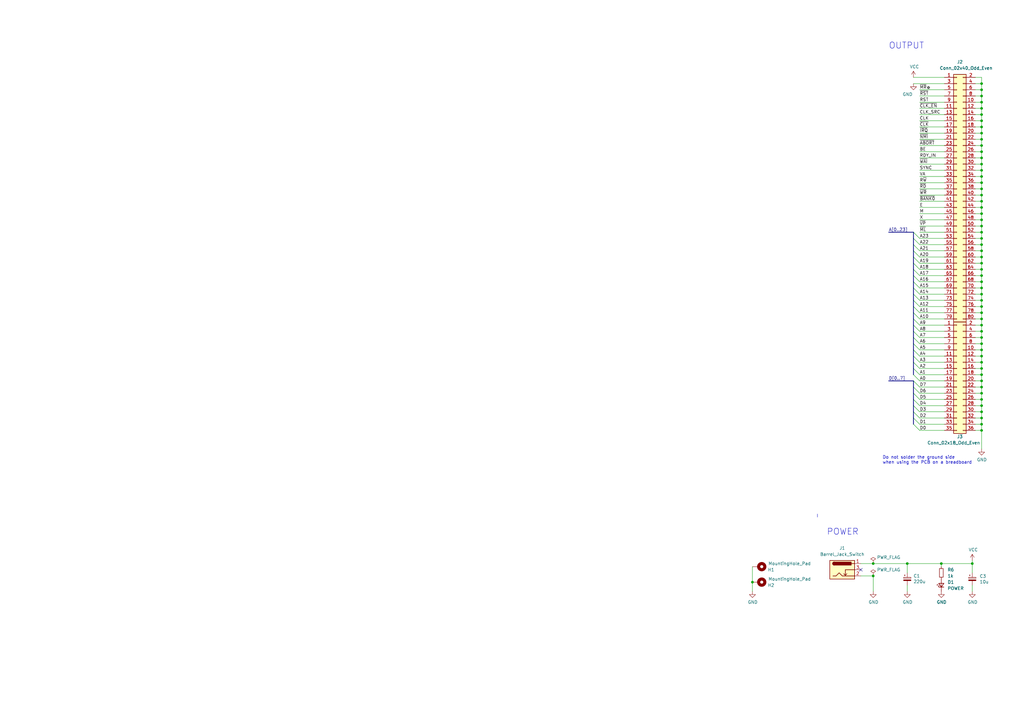
<source format=kicad_sch>
(kicad_sch (version 20250114) (generator "eeschema") (generator_version "9.0")
  (paper "A3")
  (title_block (title "65C816 Breakout Board") (date "2022-08-31") (rev "A.27") (comment 2 "https://github.com/adrienkohlbecker/BB816/tree/main/hardware/breakout") (comment 3 "Licensed under CERN-OHL-W v2") (comment 4 "Copyright © 2022 Adrien Kohlbecker"))
  (lib_symbols
    (symbol "Connector:Barrel_Jack_Switch" (pin_names (hide yes))
      (property "Reference" "J" (at 0 5.334 0))
      (property "Value" "Barrel_Jack_Switch" (at 0 -5.08 0))
      (symbol "Barrel_Jack_Switch_0_1"
        (rectangle (start -5.08 3.81) (end 5.08 -3.81) (stroke (width 0.254)) (fill (type background)))
        (polyline (pts (xy -3.81 -2.54) (xy -2.54 -2.54) (xy -1.27 -1.27) (xy 0 -2.54) (xy 2.54 -2.54) (xy 5.08 -2.54)) (stroke (width 0.254)))
        (arc (start -3.302 1.905) (mid -3.9343 2.54) (end -3.302 3.175) (stroke (width 0.254)))
        (arc (start -3.302 1.905) (mid -3.9343 2.54) (end -3.302 3.175) (stroke (width 0.254)) (fill (type outline)))
        (polyline (pts (xy 1.27 -2.286) (xy 1.905 -1.651)) (stroke (width 0.254)))
        (rectangle (start 3.683 3.175) (end -3.302 1.905) (stroke (width 0.254)) (fill (type outline)))
        (polyline (pts (xy 5.08 2.54) (xy 3.81 2.54)) (stroke (width 0.254)))
        (polyline (pts (xy 5.08 0) (xy 1.27 0) (xy 1.27 -2.286) (xy 0.635 -1.651)) (stroke (width 0.254)))
      )
      (symbol "Barrel_Jack_Switch_1_1"
        (pin passive line (at 7.62 2.54 180) (length 2.54) (name "~") (number "1"))
        (pin passive line (at 7.62 0 180) (length 2.54) (name "~") (number "3"))
        (pin passive line (at 7.62 -2.54 180) (length 2.54) (name "~") (number "2"))
      )
    )
    (symbol "Connector_Generic:Conn_02x18_Odd_Even" (pin_names (offset 1.016) (hide yes))
      (property "Reference" "J" (at 1.27 22.86 0))
      (property "Value" "Conn_02x18_Odd_Even" (at 1.27 -25.4 0))
      (symbol "Conn_02x18_Odd_Even_1_1"
        (rectangle (start -1.27 21.59) (end 3.81 -24.13) (stroke (width 0.254)) (fill (type background)))
        (rectangle (start -1.27 20.447) (end 0 20.193) (stroke (width 0.1524)))
        (rectangle (start -1.27 17.907) (end 0 17.653) (stroke (width 0.1524)))
        (rectangle (start -1.27 15.367) (end 0 15.113) (stroke (width 0.1524)))
        (rectangle (start -1.27 12.827) (end 0 12.573) (stroke (width 0.1524)))
        (rectangle (start -1.27 10.287) (end 0 10.033) (stroke (width 0.1524)))
        (rectangle (start -1.27 7.747) (end 0 7.493) (stroke (width 0.1524)))
        (rectangle (start -1.27 5.207) (end 0 4.953) (stroke (width 0.1524)))
        (rectangle (start -1.27 2.667) (end 0 2.413) (stroke (width 0.1524)))
        (rectangle (start -1.27 0.127) (end 0 -0.127) (stroke (width 0.1524)))
        (rectangle (start -1.27 -2.413) (end 0 -2.667) (stroke (width 0.1524)))
        (rectangle (start -1.27 -4.953) (end 0 -5.207) (stroke (width 0.1524)))
        (rectangle (start -1.27 -7.493) (end 0 -7.747) (stroke (width 0.1524)))
        (rectangle (start -1.27 -10.033) (end 0 -10.287) (stroke (width 0.1524)))
        (rectangle (start -1.27 -12.573) (end 0 -12.827) (stroke (width 0.1524)))
        (rectangle (start -1.27 -15.113) (end 0 -15.367) (stroke (width 0.1524)))
        (rectangle (start -1.27 -17.653) (end 0 -17.907) (stroke (width 0.1524)))
        (rectangle (start -1.27 -20.193) (end 0 -20.447) (stroke (width 0.1524)))
        (rectangle (start -1.27 -22.733) (end 0 -22.987) (stroke (width 0.1524)))
        (rectangle (start 3.81 20.447) (end 2.54 20.193) (stroke (width 0.1524)))
        (rectangle (start 3.81 17.907) (end 2.54 17.653) (stroke (width 0.1524)))
        (rectangle (start 3.81 15.367) (end 2.54 15.113) (stroke (width 0.1524)))
        (rectangle (start 3.81 12.827) (end 2.54 12.573) (stroke (width 0.1524)))
        (rectangle (start 3.81 10.287) (end 2.54 10.033) (stroke (width 0.1524)))
        (rectangle (start 3.81 7.747) (end 2.54 7.493) (stroke (width 0.1524)))
        (rectangle (start 3.81 5.207) (end 2.54 4.953) (stroke (width 0.1524)))
        (rectangle (start 3.81 2.667) (end 2.54 2.413) (stroke (width 0.1524)))
        (rectangle (start 3.81 0.127) (end 2.54 -0.127) (stroke (width 0.1524)))
        (rectangle (start 3.81 -2.413) (end 2.54 -2.667) (stroke (width 0.1524)))
        (rectangle (start 3.81 -4.953) (end 2.54 -5.207) (stroke (width 0.1524)))
        (rectangle (start 3.81 -7.493) (end 2.54 -7.747) (stroke (width 0.1524)))
        (rectangle (start 3.81 -10.033) (end 2.54 -10.287) (stroke (width 0.1524)))
        (rectangle (start 3.81 -12.573) (end 2.54 -12.827) (stroke (width 0.1524)))
        (rectangle (start 3.81 -15.113) (end 2.54 -15.367) (stroke (width 0.1524)))
        (rectangle (start 3.81 -17.653) (end 2.54 -17.907) (stroke (width 0.1524)))
        (rectangle (start 3.81 -20.193) (end 2.54 -20.447) (stroke (width 0.1524)))
        (rectangle (start 3.81 -22.733) (end 2.54 -22.987) (stroke (width 0.1524)))
        (pin passive line (at -5.08 20.32 0) (length 3.81) (name "Pin_1") (number "1"))
        (pin passive line (at -5.08 17.78 0) (length 3.81) (name "Pin_3") (number "3"))
        (pin passive line (at -5.08 15.24 0) (length 3.81) (name "Pin_5") (number "5"))
        (pin passive line (at -5.08 12.7 0) (length 3.81) (name "Pin_7") (number "7"))
        (pin passive line (at -5.08 10.16 0) (length 3.81) (name "Pin_9") (number "9"))
        (pin passive line (at -5.08 7.62 0) (length 3.81) (name "Pin_11") (number "11"))
        (pin passive line (at -5.08 5.08 0) (length 3.81) (name "Pin_13") (number "13"))
        (pin passive line (at -5.08 2.54 0) (length 3.81) (name "Pin_15") (number "15"))
        (pin passive line (at -5.08 0 0) (length 3.81) (name "Pin_17") (number "17"))
        (pin passive line (at -5.08 -2.54 0) (length 3.81) (name "Pin_19") (number "19"))
        (pin passive line (at -5.08 -5.08 0) (length 3.81) (name "Pin_21") (number "21"))
        (pin passive line (at -5.08 -7.62 0) (length 3.81) (name "Pin_23") (number "23"))
        (pin passive line (at -5.08 -10.16 0) (length 3.81) (name "Pin_25") (number "25"))
        (pin passive line (at -5.08 -12.7 0) (length 3.81) (name "Pin_27") (number "27"))
        (pin passive line (at -5.08 -15.24 0) (length 3.81) (name "Pin_29") (number "29"))
        (pin passive line (at -5.08 -17.78 0) (length 3.81) (name "Pin_31") (number "31"))
        (pin passive line (at -5.08 -20.32 0) (length 3.81) (name "Pin_33") (number "33"))
        (pin passive line (at -5.08 -22.86 0) (length 3.81) (name "Pin_35") (number "35"))
        (pin passive line (at 7.62 20.32 180) (length 3.81) (name "Pin_2") (number "2"))
        (pin passive line (at 7.62 17.78 180) (length 3.81) (name "Pin_4") (number "4"))
        (pin passive line (at 7.62 15.24 180) (length 3.81) (name "Pin_6") (number "6"))
        (pin passive line (at 7.62 12.7 180) (length 3.81) (name "Pin_8") (number "8"))
        (pin passive line (at 7.62 10.16 180) (length 3.81) (name "Pin_10") (number "10"))
        (pin passive line (at 7.62 7.62 180) (length 3.81) (name "Pin_12") (number "12"))
        (pin passive line (at 7.62 5.08 180) (length 3.81) (name "Pin_14") (number "14"))
        (pin passive line (at 7.62 2.54 180) (length 3.81) (name "Pin_16") (number "16"))
        (pin passive line (at 7.62 0 180) (length 3.81) (name "Pin_18") (number "18"))
        (pin passive line (at 7.62 -2.54 180) (length 3.81) (name "Pin_20") (number "20"))
        (pin passive line (at 7.62 -5.08 180) (length 3.81) (name "Pin_22") (number "22"))
        (pin passive line (at 7.62 -7.62 180) (length 3.81) (name "Pin_24") (number "24"))
        (pin passive line (at 7.62 -10.16 180) (length 3.81) (name "Pin_26") (number "26"))
        (pin passive line (at 7.62 -12.7 180) (length 3.81) (name "Pin_28") (number "28"))
        (pin passive line (at 7.62 -15.24 180) (length 3.81) (name "Pin_30") (number "30"))
        (pin passive line (at 7.62 -17.78 180) (length 3.81) (name "Pin_32") (number "32"))
        (pin passive line (at 7.62 -20.32 180) (length 3.81) (name "Pin_34") (number "34"))
        (pin passive line (at 7.62 -22.86 180) (length 3.81) (name "Pin_36") (number "36"))
      )
    )
    (symbol "Connector_Generic:Conn_02x40_Odd_Even" (pin_names (offset 1.016) (hide yes))
      (property "Reference" "J" (at 1.27 50.8 0))
      (property "Value" "Conn_02x40_Odd_Even" (at 1.27 -53.34 0))
      (symbol "Conn_02x40_Odd_Even_1_1"
        (rectangle (start -1.27 49.53) (end 3.81 -52.07) (stroke (width 0.254)) (fill (type background)))
        (rectangle (start -1.27 48.387) (end 0 48.133) (stroke (width 0.1524)))
        (rectangle (start -1.27 45.847) (end 0 45.593) (stroke (width 0.1524)))
        (rectangle (start -1.27 43.307) (end 0 43.053) (stroke (width 0.1524)))
        (rectangle (start -1.27 40.767) (end 0 40.513) (stroke (width 0.1524)))
        (rectangle (start -1.27 38.227) (end 0 37.973) (stroke (width 0.1524)))
        (rectangle (start -1.27 35.687) (end 0 35.433) (stroke (width 0.1524)))
        (rectangle (start -1.27 33.147) (end 0 32.893) (stroke (width 0.1524)))
        (rectangle (start -1.27 30.607) (end 0 30.353) (stroke (width 0.1524)))
        (rectangle (start -1.27 28.067) (end 0 27.813) (stroke (width 0.1524)))
        (rectangle (start -1.27 25.527) (end 0 25.273) (stroke (width 0.1524)))
        (rectangle (start -1.27 22.987) (end 0 22.733) (stroke (width 0.1524)))
        (rectangle (start -1.27 20.447) (end 0 20.193) (stroke (width 0.1524)))
        (rectangle (start -1.27 17.907) (end 0 17.653) (stroke (width 0.1524)))
        (rectangle (start -1.27 15.367) (end 0 15.113) (stroke (width 0.1524)))
        (rectangle (start -1.27 12.827) (end 0 12.573) (stroke (width 0.1524)))
        (rectangle (start -1.27 10.287) (end 0 10.033) (stroke (width 0.1524)))
        (rectangle (start -1.27 7.747) (end 0 7.493) (stroke (width 0.1524)))
        (rectangle (start -1.27 5.207) (end 0 4.953) (stroke (width 0.1524)))
        (rectangle (start -1.27 2.667) (end 0 2.413) (stroke (width 0.1524)))
        (rectangle (start -1.27 0.127) (end 0 -0.127) (stroke (width 0.1524)))
        (rectangle (start -1.27 -2.413) (end 0 -2.667) (stroke (width 0.1524)))
        (rectangle (start -1.27 -4.953) (end 0 -5.207) (stroke (width 0.1524)))
        (rectangle (start -1.27 -7.493) (end 0 -7.747) (stroke (width 0.1524)))
        (rectangle (start -1.27 -10.033) (end 0 -10.287) (stroke (width 0.1524)))
        (rectangle (start -1.27 -12.573) (end 0 -12.827) (stroke (width 0.1524)))
        (rectangle (start -1.27 -15.113) (end 0 -15.367) (stroke (width 0.1524)))
        (rectangle (start -1.27 -17.653) (end 0 -17.907) (stroke (width 0.1524)))
        (rectangle (start -1.27 -20.193) (end 0 -20.447) (stroke (width 0.1524)))
        (rectangle (start -1.27 -22.733) (end 0 -22.987) (stroke (width 0.1524)))
        (rectangle (start -1.27 -25.273) (end 0 -25.527) (stroke (width 0.1524)))
        (rectangle (start -1.27 -27.813) (end 0 -28.067) (stroke (width 0.1524)))
        (rectangle (start -1.27 -30.353) (end 0 -30.607) (stroke (width 0.1524)))
        (rectangle (start -1.27 -32.893) (end 0 -33.147) (stroke (width 0.1524)))
        (rectangle (start -1.27 -35.433) (end 0 -35.687) (stroke (width 0.1524)))
        (rectangle (start -1.27 -37.973) (end 0 -38.227) (stroke (width 0.1524)))
        (rectangle (start -1.27 -40.513) (end 0 -40.767) (stroke (width 0.1524)))
        (rectangle (start -1.27 -43.053) (end 0 -43.307) (stroke (width 0.1524)))
        (rectangle (start -1.27 -45.593) (end 0 -45.847) (stroke (width 0.1524)))
        (rectangle (start -1.27 -48.133) (end 0 -48.387) (stroke (width 0.1524)))
        (rectangle (start -1.27 -50.673) (end 0 -50.927) (stroke (width 0.1524)))
        (rectangle (start 3.81 48.387) (end 2.54 48.133) (stroke (width 0.1524)))
        (rectangle (start 3.81 45.847) (end 2.54 45.593) (stroke (width 0.1524)))
        (rectangle (start 3.81 43.307) (end 2.54 43.053) (stroke (width 0.1524)))
        (rectangle (start 3.81 40.767) (end 2.54 40.513) (stroke (width 0.1524)))
        (rectangle (start 3.81 38.227) (end 2.54 37.973) (stroke (width 0.1524)))
        (rectangle (start 3.81 35.687) (end 2.54 35.433) (stroke (width 0.1524)))
        (rectangle (start 3.81 33.147) (end 2.54 32.893) (stroke (width 0.1524)))
        (rectangle (start 3.81 30.607) (end 2.54 30.353) (stroke (width 0.1524)))
        (rectangle (start 3.81 28.067) (end 2.54 27.813) (stroke (width 0.1524)))
        (rectangle (start 3.81 25.527) (end 2.54 25.273) (stroke (width 0.1524)))
        (rectangle (start 3.81 22.987) (end 2.54 22.733) (stroke (width 0.1524)))
        (rectangle (start 3.81 20.447) (end 2.54 20.193) (stroke (width 0.1524)))
        (rectangle (start 3.81 17.907) (end 2.54 17.653) (stroke (width 0.1524)))
        (rectangle (start 3.81 15.367) (end 2.54 15.113) (stroke (width 0.1524)))
        (rectangle (start 3.81 12.827) (end 2.54 12.573) (stroke (width 0.1524)))
        (rectangle (start 3.81 10.287) (end 2.54 10.033) (stroke (width 0.1524)))
        (rectangle (start 3.81 7.747) (end 2.54 7.493) (stroke (width 0.1524)))
        (rectangle (start 3.81 5.207) (end 2.54 4.953) (stroke (width 0.1524)))
        (rectangle (start 3.81 2.667) (end 2.54 2.413) (stroke (width 0.1524)))
        (rectangle (start 3.81 0.127) (end 2.54 -0.127) (stroke (width 0.1524)))
        (rectangle (start 3.81 -2.413) (end 2.54 -2.667) (stroke (width 0.1524)))
        (rectangle (start 3.81 -4.953) (end 2.54 -5.207) (stroke (width 0.1524)))
        (rectangle (start 3.81 -7.493) (end 2.54 -7.747) (stroke (width 0.1524)))
        (rectangle (start 3.81 -10.033) (end 2.54 -10.287) (stroke (width 0.1524)))
        (rectangle (start 3.81 -12.573) (end 2.54 -12.827) (stroke (width 0.1524)))
        (rectangle (start 3.81 -15.113) (end 2.54 -15.367) (stroke (width 0.1524)))
        (rectangle (start 3.81 -17.653) (end 2.54 -17.907) (stroke (width 0.1524)))
        (rectangle (start 3.81 -20.193) (end 2.54 -20.447) (stroke (width 0.1524)))
        (rectangle (start 3.81 -22.733) (end 2.54 -22.987) (stroke (width 0.1524)))
        (rectangle (start 3.81 -25.273) (end 2.54 -25.527) (stroke (width 0.1524)))
        (rectangle (start 3.81 -27.813) (end 2.54 -28.067) (stroke (width 0.1524)))
        (rectangle (start 3.81 -30.353) (end 2.54 -30.607) (stroke (width 0.1524)))
        (rectangle (start 3.81 -32.893) (end 2.54 -33.147) (stroke (width 0.1524)))
        (rectangle (start 3.81 -35.433) (end 2.54 -35.687) (stroke (width 0.1524)))
        (rectangle (start 3.81 -37.973) (end 2.54 -38.227) (stroke (width 0.1524)))
        (rectangle (start 3.81 -40.513) (end 2.54 -40.767) (stroke (width 0.1524)))
        (rectangle (start 3.81 -43.053) (end 2.54 -43.307) (stroke (width 0.1524)))
        (rectangle (start 3.81 -45.593) (end 2.54 -45.847) (stroke (width 0.1524)))
        (rectangle (start 3.81 -48.133) (end 2.54 -48.387) (stroke (width 0.1524)))
        (rectangle (start 3.81 -50.673) (end 2.54 -50.927) (stroke (width 0.1524)))
        (pin passive line (at -5.08 48.26 0) (length 3.81) (name "Pin_1") (number "1"))
        (pin passive line (at -5.08 45.72 0) (length 3.81) (name "Pin_3") (number "3"))
        (pin passive line (at -5.08 43.18 0) (length 3.81) (name "Pin_5") (number "5"))
        (pin passive line (at -5.08 40.64 0) (length 3.81) (name "Pin_7") (number "7"))
        (pin passive line (at -5.08 38.1 0) (length 3.81) (name "Pin_9") (number "9"))
        (pin passive line (at -5.08 35.56 0) (length 3.81) (name "Pin_11") (number "11"))
        (pin passive line (at -5.08 33.02 0) (length 3.81) (name "Pin_13") (number "13"))
        (pin passive line (at -5.08 30.48 0) (length 3.81) (name "Pin_15") (number "15"))
        (pin passive line (at -5.08 27.94 0) (length 3.81) (name "Pin_17") (number "17"))
        (pin passive line (at -5.08 25.4 0) (length 3.81) (name "Pin_19") (number "19"))
        (pin passive line (at -5.08 22.86 0) (length 3.81) (name "Pin_21") (number "21"))
        (pin passive line (at -5.08 20.32 0) (length 3.81) (name "Pin_23") (number "23"))
        (pin passive line (at -5.08 17.78 0) (length 3.81) (name "Pin_25") (number "25"))
        (pin passive line (at -5.08 15.24 0) (length 3.81) (name "Pin_27") (number "27"))
        (pin passive line (at -5.08 12.7 0) (length 3.81) (name "Pin_29") (number "29"))
        (pin passive line (at -5.08 10.16 0) (length 3.81) (name "Pin_31") (number "31"))
        (pin passive line (at -5.08 7.62 0) (length 3.81) (name "Pin_33") (number "33"))
        (pin passive line (at -5.08 5.08 0) (length 3.81) (name "Pin_35") (number "35"))
        (pin passive line (at -5.08 2.54 0) (length 3.81) (name "Pin_37") (number "37"))
        (pin passive line (at -5.08 0 0) (length 3.81) (name "Pin_39") (number "39"))
        (pin passive line (at -5.08 -2.54 0) (length 3.81) (name "Pin_41") (number "41"))
        (pin passive line (at -5.08 -5.08 0) (length 3.81) (name "Pin_43") (number "43"))
        (pin passive line (at -5.08 -7.62 0) (length 3.81) (name "Pin_45") (number "45"))
        (pin passive line (at -5.08 -10.16 0) (length 3.81) (name "Pin_47") (number "47"))
        (pin passive line (at -5.08 -12.7 0) (length 3.81) (name "Pin_49") (number "49"))
        (pin passive line (at -5.08 -15.24 0) (length 3.81) (name "Pin_51") (number "51"))
        (pin passive line (at -5.08 -17.78 0) (length 3.81) (name "Pin_53") (number "53"))
        (pin passive line (at -5.08 -20.32 0) (length 3.81) (name "Pin_55") (number "55"))
        (pin passive line (at -5.08 -22.86 0) (length 3.81) (name "Pin_57") (number "57"))
        (pin passive line (at -5.08 -25.4 0) (length 3.81) (name "Pin_59") (number "59"))
        (pin passive line (at -5.08 -27.94 0) (length 3.81) (name "Pin_61") (number "61"))
        (pin passive line (at -5.08 -30.48 0) (length 3.81) (name "Pin_63") (number "63"))
        (pin passive line (at -5.08 -33.02 0) (length 3.81) (name "Pin_65") (number "65"))
        (pin passive line (at -5.08 -35.56 0) (length 3.81) (name "Pin_67") (number "67"))
        (pin passive line (at -5.08 -38.1 0) (length 3.81) (name "Pin_69") (number "69"))
        (pin passive line (at -5.08 -40.64 0) (length 3.81) (name "Pin_71") (number "71"))
        (pin passive line (at -5.08 -43.18 0) (length 3.81) (name "Pin_73") (number "73"))
        (pin passive line (at -5.08 -45.72 0) (length 3.81) (name "Pin_75") (number "75"))
        (pin passive line (at -5.08 -48.26 0) (length 3.81) (name "Pin_77") (number "77"))
        (pin passive line (at -5.08 -50.8 0) (length 3.81) (name "Pin_79") (number "79"))
        (pin passive line (at 7.62 48.26 180) (length 3.81) (name "Pin_2") (number "2"))
        (pin passive line (at 7.62 45.72 180) (length 3.81) (name "Pin_4") (number "4"))
        (pin passive line (at 7.62 43.18 180) (length 3.81) (name "Pin_6") (number "6"))
        (pin passive line (at 7.62 40.64 180) (length 3.81) (name "Pin_8") (number "8"))
        (pin passive line (at 7.62 38.1 180) (length 3.81) (name "Pin_10") (number "10"))
        (pin passive line (at 7.62 35.56 180) (length 3.81) (name "Pin_12") (number "12"))
        (pin passive line (at 7.62 33.02 180) (length 3.81) (name "Pin_14") (number "14"))
        (pin passive line (at 7.62 30.48 180) (length 3.81) (name "Pin_16") (number "16"))
        (pin passive line (at 7.62 27.94 180) (length 3.81) (name "Pin_18") (number "18"))
        (pin passive line (at 7.62 25.4 180) (length 3.81) (name "Pin_20") (number "20"))
        (pin passive line (at 7.62 22.86 180) (length 3.81) (name "Pin_22") (number "22"))
        (pin passive line (at 7.62 20.32 180) (length 3.81) (name "Pin_24") (number "24"))
        (pin passive line (at 7.62 17.78 180) (length 3.81) (name "Pin_26") (number "26"))
        (pin passive line (at 7.62 15.24 180) (length 3.81) (name "Pin_28") (number "28"))
        (pin passive line (at 7.62 12.7 180) (length 3.81) (name "Pin_30") (number "30"))
        (pin passive line (at 7.62 10.16 180) (length 3.81) (name "Pin_32") (number "32"))
        (pin passive line (at 7.62 7.62 180) (length 3.81) (name "Pin_34") (number "34"))
        (pin passive line (at 7.62 5.08 180) (length 3.81) (name "Pin_36") (number "36"))
        (pin passive line (at 7.62 2.54 180) (length 3.81) (name "Pin_38") (number "38"))
        (pin passive line (at 7.62 0 180) (length 3.81) (name "Pin_40") (number "40"))
        (pin passive line (at 7.62 -2.54 180) (length 3.81) (name "Pin_42") (number "42"))
        (pin passive line (at 7.62 -5.08 180) (length 3.81) (name "Pin_44") (number "44"))
        (pin passive line (at 7.62 -7.62 180) (length 3.81) (name "Pin_46") (number "46"))
        (pin passive line (at 7.62 -10.16 180) (length 3.81) (name "Pin_48") (number "48"))
        (pin passive line (at 7.62 -12.7 180) (length 3.81) (name "Pin_50") (number "50"))
        (pin passive line (at 7.62 -15.24 180) (length 3.81) (name "Pin_52") (number "52"))
        (pin passive line (at 7.62 -17.78 180) (length 3.81) (name "Pin_54") (number "54"))
        (pin passive line (at 7.62 -20.32 180) (length 3.81) (name "Pin_56") (number "56"))
        (pin passive line (at 7.62 -22.86 180) (length 3.81) (name "Pin_58") (number "58"))
        (pin passive line (at 7.62 -25.4 180) (length 3.81) (name "Pin_60") (number "60"))
        (pin passive line (at 7.62 -27.94 180) (length 3.81) (name "Pin_62") (number "62"))
        (pin passive line (at 7.62 -30.48 180) (length 3.81) (name "Pin_64") (number "64"))
        (pin passive line (at 7.62 -33.02 180) (length 3.81) (name "Pin_66") (number "66"))
        (pin passive line (at 7.62 -35.56 180) (length 3.81) (name "Pin_68") (number "68"))
        (pin passive line (at 7.62 -38.1 180) (length 3.81) (name "Pin_70") (number "70"))
        (pin passive line (at 7.62 -40.64 180) (length 3.81) (name "Pin_72") (number "72"))
        (pin passive line (at 7.62 -43.18 180) (length 3.81) (name "Pin_74") (number "74"))
        (pin passive line (at 7.62 -45.72 180) (length 3.81) (name "Pin_76") (number "76"))
        (pin passive line (at 7.62 -48.26 180) (length 3.81) (name "Pin_78") (number "78"))
        (pin passive line (at 7.62 -50.8 180) (length 3.81) (name "Pin_80") (number "80"))
      )
    )
    (symbol "Device:C_Polarized_Small" (pin_numbers (hide yes)) (pin_names (offset 0.254) (hide yes))
      (property "Reference" "C" (at 0.254 1.778 0))
      (property "Value" "C_Polarized_Small" (at 0.254 -2.032 0))
      (symbol "C_Polarized_Small_0_1"
        (rectangle (start -1.524 0.6858) (end 1.524 0.3048))
        (rectangle (start -1.524 -0.3048) (end 1.524 -0.6858) (fill (type outline)))
        (polyline (pts (xy -1.27 1.524) (xy -0.762 1.524)))
        (polyline (pts (xy -1.016 1.27) (xy -1.016 1.778)))
      )
      (symbol "C_Polarized_Small_1_1"
        (pin passive line (at 0 2.54 270) (length 1.8542) (name "~") (number "1"))
        (pin passive line (at 0 -2.54 90) (length 1.8542) (name "~") (number "2"))
      )
    )
    (symbol "Device:LED_Small" (pin_numbers (hide yes)) (pin_names (offset 0.254) (hide yes))
      (property "Reference" "D" (at -1.27 3.175 0))
      (property "Value" "LED_Small" (at -4.445 -2.54 0))
      (symbol "LED_Small_0_1"
        (polyline (pts (xy -0.762 -1.016) (xy -0.762 1.016)) (stroke (width 0.254)))
        (polyline (pts (xy 0 0.762) (xy -0.508 1.27) (xy -0.254 1.27) (xy -0.508 1.27) (xy -0.508 1.016)))
        (polyline (pts (xy 0.508 1.27) (xy 0 1.778) (xy 0.254 1.778) (xy 0 1.778) (xy 0 1.524)))
        (polyline (pts (xy 0.762 -1.016) (xy -0.762 0) (xy 0.762 1.016) (xy 0.762 -1.016)) (stroke (width 0.254)))
        (polyline (pts (xy 1.016 0) (xy -0.762 0)))
      )
      (symbol "LED_Small_1_1"
        (pin passive line (at -2.54 0 0) (length 1.778) (name "K") (number "1"))
        (pin passive line (at 2.54 0 180) (length 1.778) (name "A") (number "2"))
      )
    )
    (symbol "Device:R_Small" (pin_numbers (hide yes)) (pin_names (offset 0.254) (hide yes))
      (property "Reference" "R" (at 0.762 0.508 0))
      (property "Value" "R_Small" (at 0.762 -1.016 0))
      (symbol "R_Small_0_1"
        (rectangle (start -0.762 1.778) (end 0.762 -1.778) (stroke (width 0.2032)))
      )
      (symbol "R_Small_1_1"
        (pin passive line (at 0 2.54 270) (length 0.762) (name "~") (number "1"))
        (pin passive line (at 0 -2.54 90) (length 0.762) (name "~") (number "2"))
      )
    )
    (symbol "Mechanical:MountingHole_Pad" (pin_numbers (hide yes)) (pin_names (offset 1.016) (hide yes))
      (property "Reference" "H" (at 0 6.35 0))
      (property "Value" "MountingHole_Pad" (at 0 4.445 0))
      (symbol "MountingHole_Pad_0_1"
        (circle (center 0 1.27) (radius 1.27) (stroke (width 1.27)))
      )
      (symbol "MountingHole_Pad_1_1"
        (pin input line (at 0 -2.54 90) (length 2.54) (name "1") (number "1"))
      )
    )
    (symbol "power:GND" (power) (pin_names (offset 0))
      (property "Value" "GND" (at 0 -3.81 0))
      (symbol "GND_0_1"
        (polyline (pts (xy 0 0) (xy 0 -1.27) (xy 1.27 -1.27) (xy 0 -2.54) (xy -1.27 -1.27) (xy 0 -1.27)))
      )
      (symbol "GND_1_1"
        (pin power_in line (at 0 0 270) (length 0) (hide yes) (name "GND") (number "1"))
      )
    )
    (symbol "power:PWR_FLAG" (power) (pin_numbers (hide yes)) (pin_names (offset 0) (hide yes))
      (property "Value" "PWR_FLAG" (at 0 3.81 0))
      (symbol "PWR_FLAG_0_0"
        (pin power_out line (at 0 0 90) (length 0) (name "pwr") (number "1"))
      )
      (symbol "PWR_FLAG_0_1"
        (polyline (pts (xy 0 0) (xy 0 1.27) (xy -1.016 1.905) (xy 0 2.54) (xy 1.016 1.905) (xy 0 1.27)))
      )
    )
    (symbol "power:VCC" (power) (pin_names (offset 0))
      (property "Value" "VCC" (at 0 3.81 0))
      (symbol "VCC_0_1"
        (polyline (pts (xy -0.762 1.27) (xy 0 2.54)))
        (polyline (pts (xy 0 2.54) (xy 0.762 1.27)))
        (polyline (pts (xy 0 0) (xy 0 2.54)))
      )
      (symbol "VCC_1_1"
        (pin power_in line (at 0 0 90) (length 0) (hide yes) (name "VCC") (number "1"))
      )
    )
  )
  (text "Do not solder the ground side \nwhen using the PCB on a breadboard" (at 361.95 190.5 0) (effects (font (size 1.27 1.27)) (justify left bottom)))
  (text "POWER" (at 339.09 219.71 0) (effects (font (size 2.54 2.54)) (justify left bottom)))
  (text "OUTPUT" (at 364.49 20.32 0) (effects (font (size 2.54 2.54)) (justify left bottom)))
  (junction (at 402.59 87.63))
  (junction (at 402.59 148.59))
  (junction (at 308.61 238.76))
  (junction (at 402.59 115.57))
  (junction (at 402.59 85.09))
  (junction (at 402.59 62.23))
  (junction (at 402.59 100.33))
  (junction (at 402.59 97.79))
  (junction (at 402.59 151.13))
  (junction (at 402.59 163.83))
  (junction (at 402.59 146.05))
  (junction (at 402.59 110.49))
  (junction (at 402.59 123.19))
  (junction (at 402.59 140.97))
  (junction (at 402.59 90.17))
  (junction (at 402.59 130.81))
  (junction (at 402.59 158.75))
  (junction (at 402.59 39.37))
  (junction (at 402.59 59.69))
  (junction (at 402.59 44.45))
  (junction (at 402.59 105.41))
  (junction (at 402.59 92.71))
  (junction (at 402.59 133.35))
  (junction (at 402.59 49.53))
  (junction (at 402.59 118.11))
  (junction (at 402.59 125.73))
  (junction (at 402.59 107.95))
  (junction (at 402.59 135.89))
  (junction (at 402.59 57.15))
  (junction (at 372.11 231.14))
  (junction (at 402.59 168.91))
  (junction (at 402.59 102.87))
  (junction (at 398.78 231.14))
  (junction (at 386.08 231.14))
  (junction (at 402.59 176.53))
  (junction (at 358.14 231.14))
  (junction (at 402.59 82.55))
  (junction (at 402.59 143.51))
  (junction (at 402.59 46.99))
  (junction (at 402.59 153.67))
  (junction (at 402.59 95.25))
  (junction (at 402.59 166.37))
  (junction (at 358.14 236.22))
  (junction (at 402.59 72.39))
  (junction (at 402.59 54.61))
  (junction (at 402.59 69.85))
  (junction (at 402.59 52.07))
  (junction (at 402.59 41.91))
  (junction (at 402.59 64.77))
  (junction (at 402.59 80.01))
  (junction (at 402.59 36.83))
  (junction (at 402.59 67.31))
  (junction (at 402.59 77.47))
  (junction (at 402.59 138.43))
  (junction (at 402.59 156.21))
  (junction (at 402.59 173.99))
  (junction (at 402.59 113.03))
  (junction (at 402.59 34.29))
  (junction (at 402.59 128.27))
  (junction (at 402.59 161.29))
  (junction (at 402.59 171.45))
  (junction (at 402.59 120.65))
  (junction (at 402.59 74.93))
  (no_connect (at 353.06 233.68))
  (bus_entry (at 374.65 151.13) (size 2.54 2.54))
  (bus_entry (at 374.65 110.49) (size 2.54 2.54))
  (bus_entry (at 374.65 168.91) (size 2.54 2.54))
  (bus_entry (at 374.65 135.89) (size 2.54 2.54))
  (bus_entry (at 374.65 97.79) (size 2.54 2.54))
  (bus_entry (at 374.65 166.37) (size 2.54 2.54))
  (bus_entry (at 374.65 138.43) (size 2.54 2.54))
  (bus_entry (at 374.65 105.41) (size 2.54 2.54))
  (bus_entry (at 374.65 158.75) (size 2.54 2.54))
  (bus_entry (at 374.65 95.25) (size 2.54 2.54))
  (bus_entry (at 374.65 130.81) (size 2.54 2.54))
  (bus_entry (at 374.65 163.83) (size 2.54 2.54))
  (bus_entry (at 374.65 143.51) (size 2.54 2.54))
  (bus_entry (at 374.65 123.19) (size 2.54 2.54))
  (bus_entry (at 374.65 153.67) (size 2.54 2.54))
  (bus_entry (at 374.65 133.35) (size 2.54 2.54))
  (bus_entry (at 374.65 148.59) (size 2.54 2.54))
  (bus_entry (at 374.65 161.29) (size 2.54 2.54))
  (bus_entry (at 374.65 128.27) (size 2.54 2.54))
  (bus_entry (at 374.65 100.33) (size 2.54 2.54))
  (bus_entry (at 374.65 115.57) (size 2.54 2.54))
  (bus_entry (at 374.65 173.99) (size 2.54 2.54))
  (bus_entry (at 374.65 120.65) (size 2.54 2.54))
  (bus_entry (at 374.65 156.21) (size 2.54 2.54))
  (bus_entry (at 374.65 107.95) (size 2.54 2.54))
  (bus_entry (at 374.65 102.87) (size 2.54 2.54))
  (bus_entry (at 374.65 146.05) (size 2.54 2.54))
  (bus_entry (at 374.65 140.97) (size 2.54 2.54))
  (bus_entry (at 374.65 118.11) (size 2.54 2.54))
  (bus_entry (at 374.65 113.03) (size 2.54 2.54))
  (bus_entry (at 374.65 125.73) (size 2.54 2.54))
  (bus_entry (at 374.65 171.45) (size 2.54 2.54))
  (wire (pts (xy 402.59 158.75) (xy 402.59 161.29)))
  (wire (pts (xy 402.59 123.19) (xy 400.05 123.19)))
  (wire (pts (xy 402.59 62.23) (xy 400.05 62.23)))
  (wire (pts (xy 402.59 100.33) (xy 400.05 100.33)))
  (wire (pts (xy 402.59 102.87) (xy 402.59 105.41)))
  (wire (pts (xy 402.59 156.21) (xy 402.59 158.75)))
  (wire (pts (xy 372.11 234.95) (xy 372.11 231.14)))
  (bus (pts (xy 374.65 107.95) (xy 374.65 105.41)))
  (wire (pts (xy 377.19 135.89) (xy 387.35 135.89)))
  (wire (pts (xy 402.59 52.07) (xy 402.59 54.61)))
  (bus (pts (xy 374.65 153.67) (xy 374.65 151.13)))
  (wire (pts (xy 377.19 46.99) (xy 387.35 46.99)))
  (wire (pts (xy 402.59 173.99) (xy 402.59 176.53)))
  (wire (pts (xy 377.19 82.55) (xy 387.35 82.55)))
  (wire (pts (xy 402.59 34.29) (xy 402.59 36.83)))
  (wire (pts (xy 402.59 138.43) (xy 400.05 138.43)))
  (wire (pts (xy 377.19 52.07) (xy 387.35 52.07)))
  (wire (pts (xy 402.59 100.33) (xy 402.59 102.87)))
  (wire (pts (xy 377.19 168.91) (xy 387.35 168.91)))
  (bus (pts (xy 374.65 151.13) (xy 374.65 148.59)))
  (wire (pts (xy 402.59 128.27) (xy 400.05 128.27)))
  (wire (pts (xy 377.19 110.49) (xy 387.35 110.49)))
  (wire (pts (xy 402.59 118.11) (xy 402.59 120.65)))
  (wire (pts (xy 402.59 87.63) (xy 400.05 87.63)))
  (wire (pts (xy 402.59 168.91) (xy 400.05 168.91)))
  (wire (pts (xy 402.59 54.61) (xy 402.59 57.15)))
  (wire (pts (xy 402.59 97.79) (xy 402.59 100.33)))
  (wire (pts (xy 402.59 69.85) (xy 402.59 72.39)))
  (wire (pts (xy 377.19 72.39) (xy 387.35 72.39)))
  (wire (pts (xy 377.19 67.31) (xy 387.35 67.31)))
  (bus (pts (xy 374.65 148.59) (xy 374.65 146.05)))
  (wire (pts (xy 402.59 113.03) (xy 402.59 115.57)))
  (wire (pts (xy 377.19 69.85) (xy 387.35 69.85)))
  (wire (pts (xy 402.59 140.97) (xy 402.59 143.51)))
  (wire (pts (xy 402.59 59.69) (xy 400.05 59.69)))
  (wire (pts (xy 377.19 54.61) (xy 387.35 54.61)))
  (wire (pts (xy 402.59 110.49) (xy 402.59 113.03)))
  (polyline (pts (xy 335.28 210.82) (xy 335.28 212.09)))
  (wire (pts (xy 402.59 44.45) (xy 402.59 46.99)))
  (bus (pts (xy 364.49 156.21) (xy 374.65 156.21)))
  (bus (pts (xy 374.65 130.81) (xy 374.65 128.27)))
  (wire (pts (xy 402.59 168.91) (xy 402.59 171.45)))
  (wire (pts (xy 402.59 85.09) (xy 400.05 85.09)))
  (wire (pts (xy 374.65 31.75) (xy 387.35 31.75)))
  (wire (pts (xy 402.59 163.83) (xy 402.59 166.37)))
  (bus (pts (xy 374.65 138.43) (xy 374.65 135.89)))
  (wire (pts (xy 402.59 67.31) (xy 402.59 69.85)))
  (wire (pts (xy 377.19 85.09) (xy 387.35 85.09)))
  (bus (pts (xy 374.65 146.05) (xy 374.65 143.51)))
  (bus (pts (xy 374.65 135.89) (xy 374.65 133.35)))
  (wire (pts (xy 402.59 87.63) (xy 402.59 90.17)))
  (wire (pts (xy 386.08 231.14) (xy 398.78 231.14)))
  (wire (pts (xy 377.19 49.53) (xy 387.35 49.53)))
  (wire (pts (xy 377.19 113.03) (xy 387.35 113.03)))
  (wire (pts (xy 402.59 46.99) (xy 400.05 46.99)))
  (wire (pts (xy 377.19 148.59) (xy 387.35 148.59)))
  (wire (pts (xy 402.59 176.53) (xy 400.05 176.53)))
  (wire (pts (xy 377.19 128.27) (xy 387.35 128.27)))
  (wire (pts (xy 377.19 36.83) (xy 387.35 36.83)))
  (wire (pts (xy 377.19 102.87) (xy 387.35 102.87)))
  (wire (pts (xy 377.19 163.83) (xy 387.35 163.83)))
  (bus (pts (xy 374.65 118.11) (xy 374.65 115.57)))
  (wire (pts (xy 377.19 41.91) (xy 387.35 41.91)))
  (wire (pts (xy 402.59 46.99) (xy 402.59 49.53)))
  (wire (pts (xy 402.59 57.15) (xy 400.05 57.15)))
  (wire (pts (xy 377.19 115.57) (xy 387.35 115.57)))
  (wire (pts (xy 377.19 156.21) (xy 387.35 156.21)))
  (wire (pts (xy 402.59 146.05) (xy 402.59 148.59)))
  (wire (pts (xy 377.19 87.63) (xy 387.35 87.63)))
  (wire (pts (xy 402.59 41.91) (xy 400.05 41.91)))
  (wire (pts (xy 377.19 90.17) (xy 387.35 90.17)))
  (wire (pts (xy 402.59 34.29) (xy 400.05 34.29)))
  (wire (pts (xy 402.59 102.87) (xy 400.05 102.87)))
  (wire (pts (xy 377.19 62.23) (xy 387.35 62.23)))
  (wire (pts (xy 402.59 161.29) (xy 402.59 163.83)))
  (wire (pts (xy 377.19 59.69) (xy 387.35 59.69)))
  (wire (pts (xy 402.59 85.09) (xy 402.59 87.63)))
  (wire (pts (xy 377.19 92.71) (xy 387.35 92.71)))
  (wire (pts (xy 358.14 236.22) (xy 358.14 242.57)))
  (wire (pts (xy 402.59 115.57) (xy 400.05 115.57)))
  (wire (pts (xy 402.59 110.49) (xy 400.05 110.49)))
  (wire (pts (xy 402.59 107.95) (xy 402.59 110.49)))
  (wire (pts (xy 402.59 151.13) (xy 400.05 151.13)))
  (wire (pts (xy 402.59 130.81) (xy 400.05 130.81)))
  (wire (pts (xy 402.59 176.53) (xy 402.59 184.15)))
  (bus (pts (xy 374.65 171.45) (xy 374.65 173.99)))
  (wire (pts (xy 402.59 64.77) (xy 402.59 67.31)))
  (wire (pts (xy 377.19 74.93) (xy 387.35 74.93)))
  (wire (pts (xy 402.59 82.55) (xy 402.59 85.09)))
  (wire (pts (xy 402.59 107.95) (xy 400.05 107.95)))
  (wire (pts (xy 402.59 80.01) (xy 402.59 82.55)))
  (bus (pts (xy 374.65 158.75) (xy 374.65 161.29)))
  (wire (pts (xy 377.19 125.73) (xy 387.35 125.73)))
  (wire (pts (xy 402.59 166.37) (xy 402.59 168.91)))
  (bus (pts (xy 374.65 110.49) (xy 374.65 107.95)))
  (wire (pts (xy 377.19 161.29) (xy 387.35 161.29)))
  (wire (pts (xy 402.59 69.85) (xy 400.05 69.85)))
  (wire (pts (xy 402.59 135.89) (xy 400.05 135.89)))
  (wire (pts (xy 402.59 105.41) (xy 400.05 105.41)))
  (bus (pts (xy 374.65 166.37) (xy 374.65 168.91)))
  (wire (pts (xy 377.19 97.79) (xy 387.35 97.79)))
  (wire (pts (xy 402.59 80.01) (xy 400.05 80.01)))
  (wire (pts (xy 402.59 39.37) (xy 400.05 39.37)))
  (wire (pts (xy 377.19 130.81) (xy 387.35 130.81)))
  (wire (pts (xy 402.59 90.17) (xy 402.59 92.71)))
  (bus (pts (xy 374.65 128.27) (xy 374.65 125.73)))
  (wire (pts (xy 402.59 105.41) (xy 402.59 107.95)))
  (wire (pts (xy 402.59 72.39) (xy 402.59 74.93)))
  (wire (pts (xy 402.59 118.11) (xy 400.05 118.11)))
  (wire (pts (xy 402.59 39.37) (xy 402.59 41.91)))
  (bus (pts (xy 374.65 168.91) (xy 374.65 171.45)))
  (wire (pts (xy 402.59 125.73) (xy 402.59 128.27)))
  (wire (pts (xy 377.19 146.05) (xy 387.35 146.05)))
  (wire (pts (xy 402.59 153.67) (xy 400.05 153.67)))
  (wire (pts (xy 377.19 77.47) (xy 387.35 77.47)))
  (wire (pts (xy 377.19 100.33) (xy 387.35 100.33)))
  (wire (pts (xy 402.59 158.75) (xy 400.05 158.75)))
  (bus (pts (xy 374.65 125.73) (xy 374.65 123.19)))
  (wire (pts (xy 402.59 125.73) (xy 400.05 125.73)))
  (wire (pts (xy 402.59 120.65) (xy 400.05 120.65)))
  (wire (pts (xy 377.19 44.45) (xy 387.35 44.45)))
  (wire (pts (xy 374.65 34.29) (xy 387.35 34.29)))
  (wire (pts (xy 377.19 166.37) (xy 387.35 166.37)))
  (wire (pts (xy 377.19 153.67) (xy 387.35 153.67)))
  (wire (pts (xy 402.59 123.19) (xy 402.59 125.73)))
  (wire (pts (xy 402.59 135.89) (xy 402.59 138.43)))
  (wire (pts (xy 402.59 166.37) (xy 400.05 166.37)))
  (wire (pts (xy 402.59 146.05) (xy 400.05 146.05)))
  (wire (pts (xy 402.59 133.35) (xy 402.59 135.89)))
  (wire (pts (xy 402.59 31.75) (xy 400.05 31.75)))
  (bus (pts (xy 374.65 156.21) (xy 374.65 158.75)))
  (wire (pts (xy 402.59 59.69) (xy 402.59 62.23)))
  (wire (pts (xy 402.59 120.65) (xy 402.59 123.19)))
  (wire (pts (xy 377.19 176.53) (xy 387.35 176.53)))
  (bus (pts (xy 374.65 120.65) (xy 374.65 118.11)))
  (wire (pts (xy 402.59 49.53) (xy 402.59 52.07)))
  (wire (pts (xy 402.59 140.97) (xy 400.05 140.97)))
  (wire (pts (xy 402.59 54.61) (xy 400.05 54.61)))
  (bus (pts (xy 374.65 115.57) (xy 374.65 113.03)))
  (wire (pts (xy 377.19 133.35) (xy 387.35 133.35)))
  (wire (pts (xy 377.19 143.51) (xy 387.35 143.51)))
  (wire (pts (xy 377.19 140.97) (xy 387.35 140.97)))
  (wire (pts (xy 402.59 72.39) (xy 400.05 72.39)))
  (wire (pts (xy 402.59 67.31) (xy 400.05 67.31)))
  (wire (pts (xy 402.59 153.67) (xy 402.59 156.21)))
  (wire (pts (xy 377.19 123.19) (xy 387.35 123.19)))
  (wire (pts (xy 402.59 97.79) (xy 400.05 97.79)))
  (wire (pts (xy 372.11 231.14) (xy 386.08 231.14)))
  (bus (pts (xy 374.65 97.79) (xy 374.65 95.25)))
  (wire (pts (xy 402.59 148.59) (xy 402.59 151.13)))
  (bus (pts (xy 374.65 140.97) (xy 374.65 138.43)))
  (bus (pts (xy 374.65 163.83) (xy 374.65 166.37)))
  (wire (pts (xy 402.59 138.43) (xy 402.59 140.97)))
  (wire (pts (xy 402.59 156.21) (xy 400.05 156.21)))
  (wire (pts (xy 398.78 242.57) (xy 398.78 240.03)))
  (wire (pts (xy 402.59 95.25) (xy 402.59 97.79)))
  (wire (pts (xy 377.19 151.13) (xy 387.35 151.13)))
  (wire (pts (xy 372.11 242.57) (xy 372.11 240.03)))
  (wire (pts (xy 377.19 95.25) (xy 387.35 95.25)))
  (wire (pts (xy 402.59 161.29) (xy 400.05 161.29)))
  (wire (pts (xy 377.19 39.37) (xy 387.35 39.37)))
  (wire (pts (xy 402.59 77.47) (xy 400.05 77.47)))
  (wire (pts (xy 402.59 171.45) (xy 402.59 173.99)))
  (wire (pts (xy 402.59 92.71) (xy 402.59 95.25)))
  (wire (pts (xy 402.59 128.27) (xy 402.59 130.81)))
  (wire (pts (xy 402.59 36.83) (xy 400.05 36.83)))
  (wire (pts (xy 402.59 74.93) (xy 402.59 77.47)))
  (wire (pts (xy 402.59 74.93) (xy 400.05 74.93)))
  (wire (pts (xy 402.59 148.59) (xy 400.05 148.59)))
  (wire (pts (xy 402.59 90.17) (xy 400.05 90.17)))
  (bus (pts (xy 374.65 100.33) (xy 374.65 97.79)))
  (wire (pts (xy 377.19 158.75) (xy 387.35 158.75)))
  (wire (pts (xy 402.59 113.03) (xy 400.05 113.03)))
  (wire (pts (xy 402.59 143.51) (xy 400.05 143.51)))
  (wire (pts (xy 402.59 133.35) (xy 400.05 133.35)))
  (wire (pts (xy 377.19 105.41) (xy 387.35 105.41)))
  (wire (pts (xy 402.59 171.45) (xy 400.05 171.45)))
  (wire (pts (xy 402.59 130.81) (xy 402.59 133.35)))
  (bus (pts (xy 374.65 123.19) (xy 374.65 120.65)))
  (wire (pts (xy 402.59 92.71) (xy 400.05 92.71)))
  (wire (pts (xy 377.19 80.01) (xy 387.35 80.01)))
  (wire (pts (xy 402.59 36.83) (xy 402.59 39.37)))
  (wire (pts (xy 402.59 82.55) (xy 400.05 82.55)))
  (bus (pts (xy 374.65 105.41) (xy 374.65 102.87)))
  (wire (pts (xy 398.78 231.14) (xy 398.78 234.95)))
  (wire (pts (xy 402.59 143.51) (xy 402.59 146.05)))
  (wire (pts (xy 308.61 238.76) (xy 308.61 242.57)))
  (wire (pts (xy 353.06 231.14) (xy 358.14 231.14)))
  (wire (pts (xy 402.59 31.75) (xy 402.59 34.29)))
  (wire (pts (xy 402.59 163.83) (xy 400.05 163.83)))
  (wire (pts (xy 358.14 231.14) (xy 372.11 231.14)))
  (bus (pts (xy 374.65 161.29) (xy 374.65 163.83)))
  (wire (pts (xy 358.14 236.22) (xy 353.06 236.22)))
  (wire (pts (xy 402.59 115.57) (xy 402.59 118.11)))
  (wire (pts (xy 377.19 138.43) (xy 387.35 138.43)))
  (wire (pts (xy 308.61 232.41) (xy 308.61 238.76)))
  (wire (pts (xy 398.78 229.87) (xy 398.78 231.14)))
  (wire (pts (xy 402.59 77.47) (xy 402.59 80.01)))
  (bus (pts (xy 364.49 95.25) (xy 374.65 95.25)))
  (bus (pts (xy 374.65 102.87) (xy 374.65 100.33)))
  (wire (pts (xy 402.59 57.15) (xy 402.59 59.69)))
  (wire (pts (xy 377.19 118.11) (xy 387.35 118.11)))
  (wire (pts (xy 402.59 49.53) (xy 400.05 49.53)))
  (wire (pts (xy 386.08 231.14) (xy 386.08 232.41)))
  (wire (pts (xy 402.59 44.45) (xy 400.05 44.45)))
  (bus (pts (xy 374.65 133.35) (xy 374.65 130.81)))
  (bus (pts (xy 374.65 113.03) (xy 374.65 110.49)))
  (wire (pts (xy 377.19 57.15) (xy 387.35 57.15)))
  (bus (pts (xy 374.65 143.51) (xy 374.65 140.97)))
  (wire (pts (xy 377.19 64.77) (xy 387.35 64.77)))
  (wire (pts (xy 402.59 52.07) (xy 400.05 52.07)))
  (wire (pts (xy 402.59 64.77) (xy 400.05 64.77)))
  (wire (pts (xy 377.19 171.45) (xy 387.35 171.45)))
  (wire (pts (xy 377.19 120.65) (xy 387.35 120.65)))
  (wire (pts (xy 402.59 173.99) (xy 400.05 173.99)))
  (wire (pts (xy 402.59 95.25) (xy 400.05 95.25)))
  (wire (pts (xy 402.59 41.91) (xy 402.59 44.45)))
  (wire (pts (xy 402.59 151.13) (xy 402.59 153.67)))
  (wire (pts (xy 377.19 173.99) (xy 387.35 173.99)))
  (wire (pts (xy 377.19 107.95) (xy 387.35 107.95)))
  (wire (pts (xy 402.59 62.23) (xy 402.59 64.77)))
  (label "A22" (at 377.19 100.33 0))
  (label "SYNC" (at 377.19 69.85 0))
  (label "A9" (at 377.19 133.35 0))
  (label "D1" (at 377.19 173.99 0))
  (label "A6" (at 377.19 140.97 0))
  (label "D5" (at 377.19 163.83 0))
  (label "A5" (at 377.19 143.51 0))
  (label "D2" (at 377.19 171.45 0))
  (label "A16" (at 377.19 115.57 0))
  (label "A4" (at 377.19 146.05 0))
  (label "A21" (at 377.19 102.87 0))
  (label "E" (at 377.19 85.09 0))
  (label "~{RD}" (at 377.19 77.47 0))
  (label "CLK_SRC" (at 377.19 46.99 0))
  (label "A13" (at 377.19 123.19 0))
  (label "A1" (at 377.19 153.67 0))
  (label "~{ML}" (at 377.19 95.25 0))
  (label "A17" (at 377.19 113.03 0))
  (label "A10" (at 377.19 130.81 0))
  (label "~{NMI}" (at 377.19 57.15 0))
  (label "~{VP}" (at 377.19 92.71 0))
  (label "D3" (at 377.19 168.91 0))
  (label "X" (at 377.19 90.17 0))
  (label "D4" (at 377.19 166.37 0))
  (label "~{CLK}" (at 377.19 52.07 0))
  (label "A15" (at 377.19 118.11 0))
  (label "~{WR}" (at 377.19 80.01 0))
  (label "A23" (at 377.19 97.79 0))
  (label "RDY_IN" (at 377.19 64.77 0))
  (label "BE" (at 377.19 62.23 0))
  (label "RST" (at 377.19 41.91 0))
  (label "D[0..7]" (at 364.49 156.21 0))
  (label "CLK" (at 377.19 49.53 0))
  (label "A2" (at 377.19 151.13 0))
  (label "A7" (at 377.19 138.43 0))
  (label "D7" (at 377.19 158.75 0))
  (label "~{MR}⎒" (at 377.19 36.83 0))
  (label "M" (at 377.19 87.63 0))
  (label "A12" (at 377.19 125.73 0))
  (label "A8" (at 377.19 135.89 0))
  (label "~{RST}" (at 377.19 39.37 0))
  (label "~{IRQ}" (at 377.19 54.61 0))
  (label "A20" (at 377.19 105.41 0))
  (label "~{ABORT}" (at 377.19 59.69 0))
  (label "A3" (at 377.19 148.59 0))
  (label "D0" (at 377.19 176.53 0))
  (label "A0" (at 377.19 156.21 0))
  (label "~{CLK_EN}" (at 377.19 44.45 0))
  (label "~{WAI}" (at 377.19 67.31 0))
  (label "A[0..23]" (at 364.49 95.25 0))
  (label "VA" (at 377.19 72.39 0))
  (label "A19" (at 377.19 107.95 0))
  (label "A11" (at 377.19 128.27 0))
  (label "R~{W}" (at 377.19 74.93 0))
  (label "A14" (at 377.19 120.65 0))
  (label "A18" (at 377.19 110.49 0))
  (label "D6" (at 377.19 161.29 0))
  (label "~{BANK0}" (at 377.19 82.55 0))
  (symbol (lib_id "power:PWR_FLAG") (at 358.14 236.22 0) (unit 1)
    (property "Reference" "#FLG02" (effects (hide yes)))
    (property "Value" "PWR_FLAG" (at 364.49 233.68 0))
  )
  (symbol (lib_id "power:GND") (at 386.08 242.57 0) (unit 1)
    (property "Reference" "#PWR09" (effects (hide yes)))
    (property "Value" "GND" (at 386.207 246.9642 0))
  )
  (symbol (lib_id "power:GND") (at 308.61 242.57 0) (unit 1)
    (property "Reference" "#PWR039" (effects (hide yes)))
    (property "Value" "GND" (at 308.737 246.9642 0))
  )
  (symbol (lib_id "Device:LED_Small") (at 386.08 240.03 90) (unit 1)
    (property "Reference" "D1" (at 388.62 238.76 90) (effects (justify right)))
    (property "Value" "POWER" (at 388.62 241.3 90) (effects (justify right)))
    (property "Footprint" "LED_THT:LED_D3.0mm" (effects (hide yes)))
    (property "Datasheet" "https://nl.mouser.com/datasheet/2/216/WP132XGD-50469.pdf" (effects (hide yes)))
  )
  (symbol (lib_id "Connector:Barrel_Jack_Switch") (at 345.44 233.68 0) (unit 1)
    (property "Reference" "J1" (at 345.44 224.79 0))
    (property "Value" "Barrel_Jack_Switch" (at 345.44 227.33 0))
    (property "Footprint" "Connector_BarrelJack:BarrelJack_Horizontal" (effects (hide yes)))
  )
  (symbol (lib_id "power:GND") (at 358.14 242.57 0) (unit 1)
    (property "Reference" "#PWR05" (effects (hide yes)))
    (property "Value" "GND" (at 358.267 246.9642 0))
  )
  (symbol (lib_id "power:PWR_FLAG") (at 358.14 231.14 0) (unit 1)
    (property "Reference" "#FLG01" (effects (hide yes)))
    (property "Value" "PWR_FLAG" (at 364.49 228.6 0))
  )
  (symbol (lib_id "Device:C_Polarized_Small") (at 398.78 237.49 0) (unit 1)
    (property "Reference" "C3" (at 401.7772 236.3216 0) (effects (justify left)))
    (property "Value" "10u" (at 401.7772 238.633 0) (effects (justify left)))
    (property "Footprint" "Capacitor_THT:CP_Radial_D4.0mm_P1.50mm" (effects (hide yes)))
  )
  (symbol (lib_id "power:GND") (at 374.65 34.29 0) (unit 1)
    (property "Reference" "#PWR048" (effects (hide yes)))
    (property "Value" "GND" (at 372.237 38.6842 0))
  )
  (symbol (lib_id "power:VCC") (at 374.65 31.75 0) (unit 1)
    (property "Reference" "#PWR047" (effects (hide yes)))
    (property "Value" "VCC" (at 375.031 27.3558 0))
  )
  (symbol (lib_id "power:VCC") (at 398.78 229.87 0) (unit 1)
    (property "Reference" "#PWR012" (effects (hide yes)))
    (property "Value" "VCC" (at 399.161 225.4758 0))
  )
  (symbol (lib_id "Device:R_Small") (at 386.08 234.95 180) (unit 1)
    (property "Reference" "R6" (at 388.62 233.68 0) (effects (justify right)))
    (property "Value" "1k" (at 388.62 236.22 0) (effects (justify right)))
    (property "Footprint" "Resistor_THT:R_Axial_DIN0207_L6.3mm_D2.5mm_P7.62mm_Horizontal" (effects (hide yes)))
  )
  (symbol (lib_id "Connector_Generic:Conn_02x40_Odd_Even") (at 392.43 80.01 0) (unit 1)
    (property "Reference" "J2" (at 393.7 25.4 0))
    (property "Value" "Conn_02x40_Odd_Even" (at 396.24 27.94 0))
    (property "Footprint" "Connector_PinHeader_2.54mm:PinHeader_2x40_P2.54mm_Vertical" (effects (hide yes)))
  )
  (symbol (lib_id "power:GND") (at 398.78 242.57 0) (unit 1)
    (property "Reference" "#PWR013" (effects (hide yes)))
    (property "Value" "GND" (at 398.907 246.9642 0))
  )
  (symbol (lib_id "Connector_Generic:Conn_02x18_Odd_Even") (at 392.43 153.67 0) (unit 1)
    (property "Reference" "J3" (at 393.7 179.07 0))
    (property "Value" "Conn_02x18_Odd_Even" (at 391.16 181.61 0))
    (property "Footprint" "Connector_PinHeader_2.54mm:PinHeader_2x18_P2.54mm_Vertical" (effects (hide yes)))
  )
  (symbol (lib_id "power:GND") (at 402.59 184.15 0) (unit 1)
    (property "Reference" "#PWR0101" (effects (hide yes)))
    (property "Value" "GND" (at 402.717 188.5442 0))
  )
  (symbol (lib_id "Device:C_Polarized_Small") (at 372.11 237.49 0) (unit 1)
    (property "Reference" "C1" (at 374.65 236.22 0) (effects (justify left)))
    (property "Value" "220u" (at 374.65 238.5314 0) (effects (justify left)))
    (property "Footprint" "Capacitor_THT:CP_Radial_D6.3mm_P2.50mm" (effects (hide yes)))
  )
  (symbol (lib_id "Mechanical:MountingHole_Pad") (at 311.15 238.76 270) (unit 1) (in_bom no)
    (property "Reference" "H2" (at 316.23 240.03 90))
    (property "Value" "MountingHole_Pad" (at 323.85 237.49 90))
    (property "Footprint" "MountingHole:MountingHole_3.2mm_M3_Pad" (effects (hide yes)))
  )
  (symbol (lib_id "Mechanical:MountingHole_Pad") (at 311.15 232.41 270) (unit 1) (in_bom no)
    (property "Reference" "H1" (at 316.23 233.68 90))
    (property "Value" "MountingHole_Pad" (at 323.85 231.14 90))
    (property "Footprint" "MountingHole:MountingHole_3.2mm_M3_Pad" (effects (hide yes)))
  )
  (symbol (lib_id "power:GND") (at 372.11 242.57 0) (unit 1)
    (property "Reference" "#PWR06" (effects (hide yes)))
    (property "Value" "GND" (at 372.237 246.9642 0))
  )
)
</source>
